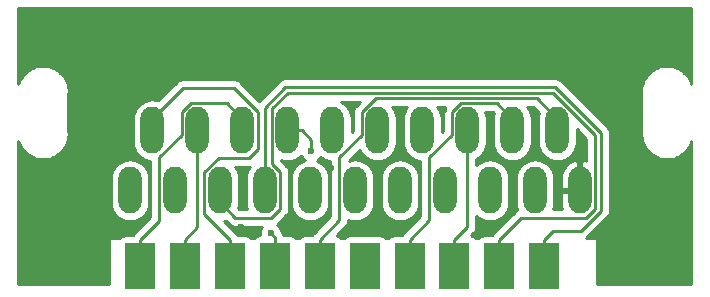
<source format=gtl>
G04 #@! TF.GenerationSoftware,KiCad,Pcbnew,(5.1.0)-1*
G04 #@! TF.CreationDate,2019-07-11T22:02:02-04:00*
G04 #@! TF.ProjectId,EUROF_to_JP21M,4555524f-465f-4746-9f5f-4a5032314d2e,rev?*
G04 #@! TF.SameCoordinates,Original*
G04 #@! TF.FileFunction,Copper,L1,Top*
G04 #@! TF.FilePolarity,Positive*
%FSLAX46Y46*%
G04 Gerber Fmt 4.6, Leading zero omitted, Abs format (unit mm)*
G04 Created by KiCad (PCBNEW (5.1.0)-1) date 2019-07-11 22:02:02*
%MOMM*%
%LPD*%
G04 APERTURE LIST*
%ADD10O,1.981200X3.962400*%
%ADD11R,2.500000X4.000000*%
%ADD12C,0.600000*%
%ADD13C,0.250000*%
%ADD14C,0.254000*%
G04 APERTURE END LIST*
D10*
X152850000Y-85430000D03*
X150945000Y-80350000D03*
X149040000Y-85430000D03*
X147135000Y-80350000D03*
X145230000Y-85430000D03*
X143325000Y-80350000D03*
X141420000Y-85430000D03*
X139515000Y-80350000D03*
X137610000Y-85430000D03*
X135705000Y-80350000D03*
X133800000Y-85430000D03*
X131895000Y-80350000D03*
X129990000Y-85430000D03*
X128085000Y-80350000D03*
X126180000Y-85430000D03*
X124275000Y-80350000D03*
X122370000Y-85430000D03*
X120465000Y-80350000D03*
X118560000Y-85430000D03*
X116655000Y-80350000D03*
X114750000Y-85430000D03*
D11*
X149825000Y-91850000D03*
X146025000Y-91850000D03*
X142225000Y-91850000D03*
X138425000Y-91850000D03*
X134625000Y-91850000D03*
X130825000Y-91850000D03*
X127025000Y-91850000D03*
X123225000Y-91850000D03*
X119425000Y-91850000D03*
X115625000Y-91850000D03*
D12*
X126662500Y-89062500D03*
X147200000Y-83350000D03*
X145250000Y-82350000D03*
X137600000Y-78650000D03*
X141350000Y-78600000D03*
X133750000Y-78200000D03*
X131750000Y-83500000D03*
X135900000Y-87600000D03*
X130000000Y-88600000D03*
X128050000Y-88900000D03*
X124150000Y-88500000D03*
X124200000Y-83650000D03*
X115800000Y-71150000D03*
X119650000Y-71300000D03*
X130850000Y-71350000D03*
X137550000Y-71350000D03*
X141450000Y-71350000D03*
X146350000Y-71650000D03*
X151700000Y-71850000D03*
X158850000Y-72000000D03*
X160850000Y-84050000D03*
X160450000Y-90700000D03*
X106650000Y-91700000D03*
X106100000Y-84900000D03*
X110900000Y-82400000D03*
X107450000Y-71700000D03*
X116000000Y-87950000D03*
X114100000Y-81650000D03*
X130100000Y-82100000D03*
D13*
X143325000Y-82581200D02*
X143325000Y-80350000D01*
X143325000Y-88500000D02*
X143325000Y-82581200D01*
X142225000Y-89600000D02*
X143325000Y-88500000D01*
X142225000Y-91850000D02*
X142225000Y-89600000D01*
X127025000Y-89425000D02*
X126662500Y-89062500D01*
X127025000Y-91850000D02*
X127025000Y-89425000D01*
X142780057Y-78043790D02*
X145819390Y-78043790D01*
X142009390Y-78814457D02*
X142780057Y-78043790D01*
X142009390Y-80706763D02*
X142009390Y-78814457D01*
X147135000Y-79359400D02*
X147135000Y-80350000D01*
X140104390Y-82611763D02*
X142009390Y-80706763D01*
X145819390Y-78043790D02*
X147135000Y-79359400D01*
X140104390Y-87920610D02*
X140104390Y-82611763D01*
X138425000Y-89600000D02*
X140104390Y-87920610D01*
X138425000Y-91850000D02*
X138425000Y-89600000D01*
X149179380Y-77593780D02*
X150945000Y-79359400D01*
X135610067Y-77593780D02*
X149179380Y-77593780D01*
X134389390Y-78814457D02*
X135610067Y-77593780D01*
X134389390Y-80706763D02*
X134389390Y-78814457D01*
X132484390Y-82611763D02*
X134389390Y-80706763D01*
X132484390Y-87940610D02*
X132484390Y-82611763D01*
X150945000Y-79359400D02*
X150945000Y-80350000D01*
X130825000Y-89600000D02*
X132484390Y-87940610D01*
X130825000Y-91850000D02*
X130825000Y-89600000D01*
X125590610Y-81885543D02*
X125590610Y-78814457D01*
X123225000Y-89600000D02*
X121054390Y-87429390D01*
X123225000Y-91850000D02*
X123225000Y-89600000D01*
X121054390Y-87429390D02*
X121054390Y-83894457D01*
X121054390Y-83894457D02*
X122292637Y-82656210D01*
X125590610Y-78814457D02*
X123526153Y-76750000D01*
X122292637Y-82656210D02*
X124819943Y-82656210D01*
X124819943Y-82656210D02*
X125590610Y-81885543D01*
X116655000Y-79359400D02*
X116655000Y-80350000D01*
X119264400Y-76750000D02*
X116655000Y-79359400D01*
X123526153Y-76750000D02*
X119264400Y-76750000D01*
X120465000Y-82581200D02*
X120465000Y-80350000D01*
X120465000Y-88560000D02*
X120465000Y-82581200D01*
X119425000Y-89600000D02*
X120465000Y-88560000D01*
X119425000Y-91850000D02*
X119425000Y-89600000D01*
X122370000Y-86420600D02*
X122370000Y-85430000D01*
X123685610Y-87736210D02*
X122370000Y-86420600D01*
X127495610Y-83894457D02*
X127495610Y-86965543D01*
X126769390Y-83168237D02*
X127495610Y-83894457D01*
X126769390Y-78480610D02*
X126769390Y-83168237D01*
X128106230Y-77143770D02*
X126769390Y-78480610D01*
X150589923Y-77143770D02*
X128106230Y-77143770D01*
X154165610Y-80719457D02*
X150589923Y-77143770D01*
X154165610Y-86965543D02*
X154165610Y-80719457D01*
X127495610Y-86965543D02*
X126724943Y-87736210D01*
X153394943Y-87736210D02*
X154165610Y-86965543D01*
X126724943Y-87736210D02*
X123685610Y-87736210D01*
X147888790Y-87736210D02*
X153394943Y-87736210D01*
X146025000Y-89600000D02*
X147888790Y-87736210D01*
X146025000Y-91850000D02*
X146025000Y-89600000D01*
X124275000Y-79359400D02*
X124275000Y-80350000D01*
X122959390Y-78043790D02*
X124275000Y-79359400D01*
X119920057Y-78043790D02*
X122959390Y-78043790D01*
X119149390Y-80706763D02*
X119149390Y-78814457D01*
X117244390Y-87980610D02*
X117244390Y-82611763D01*
X119149390Y-78814457D02*
X119920057Y-78043790D01*
X115625000Y-89600000D02*
X117244390Y-87980610D01*
X117244390Y-82611763D02*
X119149390Y-80706763D01*
X115625000Y-91850000D02*
X115625000Y-89600000D01*
X149825000Y-89600000D02*
X150575000Y-88850000D01*
X149825000Y-91850000D02*
X149825000Y-89600000D01*
X126180000Y-83198800D02*
X126180000Y-85430000D01*
X126180000Y-78433590D02*
X126180000Y-83198800D01*
X127919829Y-76693761D02*
X126180000Y-78433590D01*
X150776323Y-76693760D02*
X127919829Y-76693761D01*
X154615619Y-80533056D02*
X150776323Y-76693760D01*
X154615620Y-87151943D02*
X154615619Y-80533056D01*
X152917563Y-88850000D02*
X154615620Y-87151943D01*
X150575000Y-88850000D02*
X152917563Y-88850000D01*
X129325600Y-80350000D02*
X128085000Y-80350000D01*
X130100000Y-81124400D02*
X129325600Y-80350000D01*
X130100000Y-82100000D02*
X130100000Y-81124400D01*
X134625000Y-91850000D02*
X134625000Y-91100000D01*
D14*
G36*
X162290001Y-76387191D02*
G01*
X162245868Y-76248068D01*
X162222290Y-76193058D01*
X162199508Y-76137783D01*
X162195125Y-76129677D01*
X162051836Y-75869034D01*
X162018048Y-75819687D01*
X161984936Y-75769850D01*
X161979062Y-75762749D01*
X161787876Y-75534904D01*
X161745146Y-75493060D01*
X161702987Y-75450605D01*
X161695846Y-75444781D01*
X161464045Y-75258408D01*
X161414031Y-75225680D01*
X161364398Y-75192202D01*
X161356261Y-75187876D01*
X161092675Y-75050077D01*
X161037219Y-75027672D01*
X160982068Y-75004488D01*
X160973246Y-75001825D01*
X160687915Y-74917847D01*
X160629175Y-74906642D01*
X160570558Y-74894609D01*
X160561386Y-74893710D01*
X160265178Y-74866753D01*
X160205361Y-74867171D01*
X160145544Y-74866753D01*
X160136372Y-74867653D01*
X159840569Y-74898742D01*
X159781972Y-74910771D01*
X159723210Y-74921980D01*
X159714388Y-74924644D01*
X159430257Y-75012598D01*
X159375139Y-75035768D01*
X159319650Y-75058186D01*
X159311514Y-75062513D01*
X159049878Y-75203979D01*
X159000311Y-75237412D01*
X158950232Y-75270183D01*
X158943091Y-75276008D01*
X158713915Y-75465597D01*
X158671774Y-75508034D01*
X158629024Y-75549897D01*
X158623150Y-75556998D01*
X158435164Y-75787492D01*
X158402049Y-75837334D01*
X158368265Y-75886674D01*
X158363882Y-75894781D01*
X158224246Y-76157399D01*
X158201458Y-76212687D01*
X158177886Y-76267683D01*
X158175162Y-76276487D01*
X158089193Y-76561225D01*
X158077570Y-76619925D01*
X158065137Y-76678419D01*
X158064174Y-76687584D01*
X158035150Y-76983596D01*
X158035150Y-77112406D01*
X158055801Y-77216697D01*
X158055800Y-80437952D01*
X158045478Y-80471300D01*
X158036932Y-80552622D01*
X158035299Y-80560870D01*
X158035299Y-80568164D01*
X158032016Y-80599404D01*
X158032016Y-80608620D01*
X158032165Y-80629898D01*
X158035298Y-80659700D01*
X158035298Y-80689680D01*
X158036262Y-80698844D01*
X158069416Y-80994424D01*
X158081853Y-81052936D01*
X158093471Y-81111614D01*
X158096196Y-81120413D01*
X158096197Y-81120419D01*
X158096199Y-81120425D01*
X158186130Y-81403928D01*
X158209691Y-81458899D01*
X158232491Y-81514217D01*
X158236874Y-81522323D01*
X158380163Y-81782965D01*
X158413947Y-81832305D01*
X158447062Y-81882147D01*
X158452936Y-81889247D01*
X158644122Y-82117094D01*
X158686853Y-82158939D01*
X158729013Y-82201395D01*
X158736155Y-82207219D01*
X158967956Y-82393591D01*
X159017968Y-82426318D01*
X159067600Y-82459795D01*
X159075737Y-82464121D01*
X159339323Y-82601921D01*
X159394783Y-82624328D01*
X159449931Y-82647511D01*
X159458753Y-82650174D01*
X159744083Y-82734152D01*
X159802837Y-82745360D01*
X159861441Y-82757390D01*
X159870613Y-82758289D01*
X160166820Y-82785246D01*
X160226638Y-82784828D01*
X160286455Y-82785246D01*
X160295626Y-82784347D01*
X160591430Y-82753257D01*
X160650017Y-82741230D01*
X160708787Y-82730020D01*
X160717609Y-82727356D01*
X161001740Y-82639403D01*
X161056883Y-82616223D01*
X161112348Y-82593814D01*
X161120485Y-82589487D01*
X161382121Y-82448021D01*
X161431705Y-82414576D01*
X161481768Y-82381816D01*
X161488909Y-82375992D01*
X161718085Y-82186401D01*
X161760224Y-82143966D01*
X161802974Y-82102103D01*
X161808848Y-82095002D01*
X161996834Y-81864509D01*
X162029938Y-81814682D01*
X162063733Y-81765327D01*
X162068116Y-81757221D01*
X162207753Y-81494603D01*
X162230560Y-81439269D01*
X162254114Y-81384314D01*
X162256838Y-81375515D01*
X162256840Y-81375509D01*
X162290001Y-81265674D01*
X162290000Y-93390000D01*
X154327000Y-93390000D01*
X154327000Y-89600000D01*
X154324560Y-89575224D01*
X154317333Y-89551399D01*
X154305597Y-89529443D01*
X154289803Y-89510197D01*
X154270557Y-89494403D01*
X154248601Y-89482667D01*
X154224776Y-89475440D01*
X154200000Y-89473000D01*
X153356429Y-89473000D01*
X153457564Y-89390001D01*
X153481367Y-89360997D01*
X155126628Y-87715737D01*
X155155621Y-87691943D01*
X155179415Y-87662950D01*
X155179419Y-87662946D01*
X155250593Y-87576220D01*
X155321166Y-87444190D01*
X155361284Y-87311934D01*
X155364623Y-87300928D01*
X155375620Y-87189275D01*
X155375620Y-87189267D01*
X155379296Y-87151944D01*
X155375620Y-87114621D01*
X155375618Y-80570388D01*
X155379295Y-80533055D01*
X155364621Y-80384069D01*
X155321164Y-80240809D01*
X155250592Y-80108779D01*
X155179418Y-80022052D01*
X155179408Y-80022042D01*
X155155619Y-79993055D01*
X155126632Y-79969266D01*
X151340121Y-76182757D01*
X151316323Y-76153759D01*
X151256429Y-76104605D01*
X151200599Y-76058786D01*
X151068569Y-75988214D01*
X151026029Y-75975310D01*
X150925308Y-75944757D01*
X150813655Y-75933760D01*
X150813645Y-75933760D01*
X150776323Y-75930084D01*
X150739001Y-75933760D01*
X127957164Y-75933762D01*
X127919829Y-75930085D01*
X127770843Y-75944758D01*
X127627582Y-75988215D01*
X127495553Y-76058787D01*
X127408826Y-76129962D01*
X127408821Y-76129967D01*
X127379828Y-76153761D01*
X127356034Y-76182754D01*
X125694872Y-77843917D01*
X124089957Y-76239003D01*
X124066154Y-76209999D01*
X123950429Y-76115026D01*
X123818400Y-76044454D01*
X123675139Y-76000997D01*
X123563486Y-75990000D01*
X123563475Y-75990000D01*
X123526153Y-75986324D01*
X123488831Y-75990000D01*
X119301723Y-75990000D01*
X119264400Y-75986324D01*
X119227077Y-75990000D01*
X119227067Y-75990000D01*
X119115414Y-76000997D01*
X118972153Y-76044454D01*
X118840124Y-76115026D01*
X118724399Y-76209999D01*
X118700601Y-76238997D01*
X117133726Y-77805873D01*
X116973673Y-77757322D01*
X116655000Y-77725935D01*
X116336328Y-77757322D01*
X116029901Y-77850275D01*
X115747496Y-78001223D01*
X115499967Y-78204366D01*
X115296824Y-78451895D01*
X115145876Y-78734300D01*
X115052923Y-79040727D01*
X115029401Y-79279546D01*
X115029400Y-81420453D01*
X115052922Y-81659272D01*
X115145875Y-81965699D01*
X115296823Y-82248104D01*
X115499966Y-82495634D01*
X115747495Y-82698777D01*
X116029900Y-82849725D01*
X116336327Y-82942678D01*
X116484391Y-82957261D01*
X116484390Y-87665808D01*
X115113998Y-89036201D01*
X115085000Y-89059999D01*
X115061202Y-89088997D01*
X115061201Y-89088998D01*
X114990026Y-89175724D01*
X114970674Y-89211928D01*
X114375000Y-89211928D01*
X114250518Y-89224188D01*
X114130820Y-89260498D01*
X114020506Y-89319463D01*
X113923815Y-89398815D01*
X113862933Y-89473000D01*
X113100000Y-89473000D01*
X113075224Y-89475440D01*
X113051399Y-89482667D01*
X113029443Y-89494403D01*
X113010197Y-89510197D01*
X112994403Y-89529443D01*
X112982667Y-89551399D01*
X112975440Y-89575224D01*
X112973000Y-89600000D01*
X112973000Y-93390000D01*
X105310000Y-93390000D01*
X105310000Y-86500453D01*
X113124400Y-86500453D01*
X113147922Y-86739272D01*
X113240875Y-87045699D01*
X113391823Y-87328104D01*
X113594966Y-87575634D01*
X113842495Y-87778777D01*
X114124900Y-87929725D01*
X114431327Y-88022678D01*
X114750000Y-88054065D01*
X115068672Y-88022678D01*
X115375099Y-87929725D01*
X115657504Y-87778777D01*
X115905034Y-87575634D01*
X116108177Y-87328105D01*
X116259125Y-87045700D01*
X116352078Y-86739273D01*
X116375600Y-86500454D01*
X116375600Y-84359546D01*
X116352078Y-84120727D01*
X116259125Y-83814300D01*
X116108177Y-83531895D01*
X115905034Y-83284366D01*
X115657505Y-83081223D01*
X115375100Y-82930275D01*
X115068673Y-82837322D01*
X114750000Y-82805935D01*
X114431328Y-82837322D01*
X114124901Y-82930275D01*
X113842496Y-83081223D01*
X113594967Y-83284366D01*
X113391824Y-83531895D01*
X113240876Y-83814300D01*
X113147923Y-84120727D01*
X113124401Y-84359546D01*
X113124400Y-86500453D01*
X105310000Y-86500453D01*
X105310000Y-81264810D01*
X105354130Y-81403928D01*
X105377691Y-81458899D01*
X105400491Y-81514217D01*
X105404874Y-81522323D01*
X105548163Y-81782965D01*
X105581947Y-81832305D01*
X105615062Y-81882147D01*
X105620936Y-81889247D01*
X105812122Y-82117094D01*
X105854853Y-82158939D01*
X105897013Y-82201395D01*
X105904155Y-82207219D01*
X106135956Y-82393591D01*
X106185968Y-82426318D01*
X106235600Y-82459795D01*
X106243737Y-82464121D01*
X106507323Y-82601921D01*
X106562783Y-82624328D01*
X106617931Y-82647511D01*
X106626753Y-82650174D01*
X106912083Y-82734152D01*
X106970837Y-82745360D01*
X107029441Y-82757390D01*
X107038613Y-82758289D01*
X107334820Y-82785246D01*
X107394638Y-82784828D01*
X107454455Y-82785246D01*
X107463626Y-82784347D01*
X107759430Y-82753257D01*
X107818017Y-82741230D01*
X107876787Y-82730020D01*
X107885609Y-82727356D01*
X108169740Y-82639403D01*
X108224883Y-82616223D01*
X108280348Y-82593814D01*
X108288485Y-82589487D01*
X108550121Y-82448021D01*
X108599705Y-82414576D01*
X108649768Y-82381816D01*
X108656909Y-82375992D01*
X108886085Y-82186401D01*
X108928224Y-82143966D01*
X108970974Y-82102103D01*
X108976848Y-82095002D01*
X109164834Y-81864509D01*
X109197938Y-81814682D01*
X109231733Y-81765327D01*
X109236116Y-81757221D01*
X109375753Y-81494603D01*
X109398560Y-81439269D01*
X109422114Y-81384314D01*
X109424838Y-81375515D01*
X109424840Y-81375509D01*
X109510806Y-81090773D01*
X109522422Y-81032108D01*
X109534862Y-80973584D01*
X109535825Y-80964419D01*
X109564850Y-80668406D01*
X109564850Y-80539596D01*
X109544200Y-80435305D01*
X109544200Y-77214047D01*
X109554522Y-77180699D01*
X109563068Y-77099377D01*
X109564701Y-77091129D01*
X109564701Y-77083835D01*
X109567984Y-77052594D01*
X109567984Y-77043379D01*
X109567835Y-77022100D01*
X109564702Y-76992298D01*
X109564702Y-76962319D01*
X109563738Y-76953154D01*
X109530584Y-76657575D01*
X109518151Y-76599081D01*
X109506528Y-76540381D01*
X109503803Y-76531578D01*
X109413868Y-76248068D01*
X109390290Y-76193058D01*
X109367508Y-76137783D01*
X109363125Y-76129677D01*
X109219836Y-75869034D01*
X109186048Y-75819687D01*
X109152936Y-75769850D01*
X109147062Y-75762749D01*
X108955876Y-75534904D01*
X108913146Y-75493060D01*
X108870987Y-75450605D01*
X108863846Y-75444781D01*
X108632045Y-75258408D01*
X108582031Y-75225680D01*
X108532398Y-75192202D01*
X108524261Y-75187876D01*
X108260675Y-75050077D01*
X108205219Y-75027672D01*
X108150068Y-75004488D01*
X108141246Y-75001825D01*
X107855915Y-74917847D01*
X107797175Y-74906642D01*
X107738558Y-74894609D01*
X107729386Y-74893710D01*
X107433178Y-74866753D01*
X107373361Y-74867171D01*
X107313544Y-74866753D01*
X107304372Y-74867653D01*
X107008569Y-74898742D01*
X106949972Y-74910771D01*
X106891210Y-74921980D01*
X106882388Y-74924644D01*
X106598257Y-75012598D01*
X106543139Y-75035768D01*
X106487650Y-75058186D01*
X106479514Y-75062513D01*
X106217878Y-75203979D01*
X106168311Y-75237412D01*
X106118232Y-75270183D01*
X106111091Y-75276008D01*
X105881915Y-75465597D01*
X105839774Y-75508034D01*
X105797024Y-75549897D01*
X105791150Y-75556998D01*
X105603164Y-75787492D01*
X105570049Y-75837334D01*
X105536265Y-75886674D01*
X105531882Y-75894781D01*
X105392246Y-76157399D01*
X105369458Y-76212687D01*
X105345886Y-76267683D01*
X105343162Y-76276487D01*
X105310000Y-76386323D01*
X105310000Y-70010000D01*
X162290001Y-70010000D01*
X162290001Y-76387191D01*
X162290001Y-76387191D01*
G37*
X162290001Y-76387191D02*
X162245868Y-76248068D01*
X162222290Y-76193058D01*
X162199508Y-76137783D01*
X162195125Y-76129677D01*
X162051836Y-75869034D01*
X162018048Y-75819687D01*
X161984936Y-75769850D01*
X161979062Y-75762749D01*
X161787876Y-75534904D01*
X161745146Y-75493060D01*
X161702987Y-75450605D01*
X161695846Y-75444781D01*
X161464045Y-75258408D01*
X161414031Y-75225680D01*
X161364398Y-75192202D01*
X161356261Y-75187876D01*
X161092675Y-75050077D01*
X161037219Y-75027672D01*
X160982068Y-75004488D01*
X160973246Y-75001825D01*
X160687915Y-74917847D01*
X160629175Y-74906642D01*
X160570558Y-74894609D01*
X160561386Y-74893710D01*
X160265178Y-74866753D01*
X160205361Y-74867171D01*
X160145544Y-74866753D01*
X160136372Y-74867653D01*
X159840569Y-74898742D01*
X159781972Y-74910771D01*
X159723210Y-74921980D01*
X159714388Y-74924644D01*
X159430257Y-75012598D01*
X159375139Y-75035768D01*
X159319650Y-75058186D01*
X159311514Y-75062513D01*
X159049878Y-75203979D01*
X159000311Y-75237412D01*
X158950232Y-75270183D01*
X158943091Y-75276008D01*
X158713915Y-75465597D01*
X158671774Y-75508034D01*
X158629024Y-75549897D01*
X158623150Y-75556998D01*
X158435164Y-75787492D01*
X158402049Y-75837334D01*
X158368265Y-75886674D01*
X158363882Y-75894781D01*
X158224246Y-76157399D01*
X158201458Y-76212687D01*
X158177886Y-76267683D01*
X158175162Y-76276487D01*
X158089193Y-76561225D01*
X158077570Y-76619925D01*
X158065137Y-76678419D01*
X158064174Y-76687584D01*
X158035150Y-76983596D01*
X158035150Y-77112406D01*
X158055801Y-77216697D01*
X158055800Y-80437952D01*
X158045478Y-80471300D01*
X158036932Y-80552622D01*
X158035299Y-80560870D01*
X158035299Y-80568164D01*
X158032016Y-80599404D01*
X158032016Y-80608620D01*
X158032165Y-80629898D01*
X158035298Y-80659700D01*
X158035298Y-80689680D01*
X158036262Y-80698844D01*
X158069416Y-80994424D01*
X158081853Y-81052936D01*
X158093471Y-81111614D01*
X158096196Y-81120413D01*
X158096197Y-81120419D01*
X158096199Y-81120425D01*
X158186130Y-81403928D01*
X158209691Y-81458899D01*
X158232491Y-81514217D01*
X158236874Y-81522323D01*
X158380163Y-81782965D01*
X158413947Y-81832305D01*
X158447062Y-81882147D01*
X158452936Y-81889247D01*
X158644122Y-82117094D01*
X158686853Y-82158939D01*
X158729013Y-82201395D01*
X158736155Y-82207219D01*
X158967956Y-82393591D01*
X159017968Y-82426318D01*
X159067600Y-82459795D01*
X159075737Y-82464121D01*
X159339323Y-82601921D01*
X159394783Y-82624328D01*
X159449931Y-82647511D01*
X159458753Y-82650174D01*
X159744083Y-82734152D01*
X159802837Y-82745360D01*
X159861441Y-82757390D01*
X159870613Y-82758289D01*
X160166820Y-82785246D01*
X160226638Y-82784828D01*
X160286455Y-82785246D01*
X160295626Y-82784347D01*
X160591430Y-82753257D01*
X160650017Y-82741230D01*
X160708787Y-82730020D01*
X160717609Y-82727356D01*
X161001740Y-82639403D01*
X161056883Y-82616223D01*
X161112348Y-82593814D01*
X161120485Y-82589487D01*
X161382121Y-82448021D01*
X161431705Y-82414576D01*
X161481768Y-82381816D01*
X161488909Y-82375992D01*
X161718085Y-82186401D01*
X161760224Y-82143966D01*
X161802974Y-82102103D01*
X161808848Y-82095002D01*
X161996834Y-81864509D01*
X162029938Y-81814682D01*
X162063733Y-81765327D01*
X162068116Y-81757221D01*
X162207753Y-81494603D01*
X162230560Y-81439269D01*
X162254114Y-81384314D01*
X162256838Y-81375515D01*
X162256840Y-81375509D01*
X162290001Y-81265674D01*
X162290000Y-93390000D01*
X154327000Y-93390000D01*
X154327000Y-89600000D01*
X154324560Y-89575224D01*
X154317333Y-89551399D01*
X154305597Y-89529443D01*
X154289803Y-89510197D01*
X154270557Y-89494403D01*
X154248601Y-89482667D01*
X154224776Y-89475440D01*
X154200000Y-89473000D01*
X153356429Y-89473000D01*
X153457564Y-89390001D01*
X153481367Y-89360997D01*
X155126628Y-87715737D01*
X155155621Y-87691943D01*
X155179415Y-87662950D01*
X155179419Y-87662946D01*
X155250593Y-87576220D01*
X155321166Y-87444190D01*
X155361284Y-87311934D01*
X155364623Y-87300928D01*
X155375620Y-87189275D01*
X155375620Y-87189267D01*
X155379296Y-87151944D01*
X155375620Y-87114621D01*
X155375618Y-80570388D01*
X155379295Y-80533055D01*
X155364621Y-80384069D01*
X155321164Y-80240809D01*
X155250592Y-80108779D01*
X155179418Y-80022052D01*
X155179408Y-80022042D01*
X155155619Y-79993055D01*
X155126632Y-79969266D01*
X151340121Y-76182757D01*
X151316323Y-76153759D01*
X151256429Y-76104605D01*
X151200599Y-76058786D01*
X151068569Y-75988214D01*
X151026029Y-75975310D01*
X150925308Y-75944757D01*
X150813655Y-75933760D01*
X150813645Y-75933760D01*
X150776323Y-75930084D01*
X150739001Y-75933760D01*
X127957164Y-75933762D01*
X127919829Y-75930085D01*
X127770843Y-75944758D01*
X127627582Y-75988215D01*
X127495553Y-76058787D01*
X127408826Y-76129962D01*
X127408821Y-76129967D01*
X127379828Y-76153761D01*
X127356034Y-76182754D01*
X125694872Y-77843917D01*
X124089957Y-76239003D01*
X124066154Y-76209999D01*
X123950429Y-76115026D01*
X123818400Y-76044454D01*
X123675139Y-76000997D01*
X123563486Y-75990000D01*
X123563475Y-75990000D01*
X123526153Y-75986324D01*
X123488831Y-75990000D01*
X119301723Y-75990000D01*
X119264400Y-75986324D01*
X119227077Y-75990000D01*
X119227067Y-75990000D01*
X119115414Y-76000997D01*
X118972153Y-76044454D01*
X118840124Y-76115026D01*
X118724399Y-76209999D01*
X118700601Y-76238997D01*
X117133726Y-77805873D01*
X116973673Y-77757322D01*
X116655000Y-77725935D01*
X116336328Y-77757322D01*
X116029901Y-77850275D01*
X115747496Y-78001223D01*
X115499967Y-78204366D01*
X115296824Y-78451895D01*
X115145876Y-78734300D01*
X115052923Y-79040727D01*
X115029401Y-79279546D01*
X115029400Y-81420453D01*
X115052922Y-81659272D01*
X115145875Y-81965699D01*
X115296823Y-82248104D01*
X115499966Y-82495634D01*
X115747495Y-82698777D01*
X116029900Y-82849725D01*
X116336327Y-82942678D01*
X116484391Y-82957261D01*
X116484390Y-87665808D01*
X115113998Y-89036201D01*
X115085000Y-89059999D01*
X115061202Y-89088997D01*
X115061201Y-89088998D01*
X114990026Y-89175724D01*
X114970674Y-89211928D01*
X114375000Y-89211928D01*
X114250518Y-89224188D01*
X114130820Y-89260498D01*
X114020506Y-89319463D01*
X113923815Y-89398815D01*
X113862933Y-89473000D01*
X113100000Y-89473000D01*
X113075224Y-89475440D01*
X113051399Y-89482667D01*
X113029443Y-89494403D01*
X113010197Y-89510197D01*
X112994403Y-89529443D01*
X112982667Y-89551399D01*
X112975440Y-89575224D01*
X112973000Y-89600000D01*
X112973000Y-93390000D01*
X105310000Y-93390000D01*
X105310000Y-86500453D01*
X113124400Y-86500453D01*
X113147922Y-86739272D01*
X113240875Y-87045699D01*
X113391823Y-87328104D01*
X113594966Y-87575634D01*
X113842495Y-87778777D01*
X114124900Y-87929725D01*
X114431327Y-88022678D01*
X114750000Y-88054065D01*
X115068672Y-88022678D01*
X115375099Y-87929725D01*
X115657504Y-87778777D01*
X115905034Y-87575634D01*
X116108177Y-87328105D01*
X116259125Y-87045700D01*
X116352078Y-86739273D01*
X116375600Y-86500454D01*
X116375600Y-84359546D01*
X116352078Y-84120727D01*
X116259125Y-83814300D01*
X116108177Y-83531895D01*
X115905034Y-83284366D01*
X115657505Y-83081223D01*
X115375100Y-82930275D01*
X115068673Y-82837322D01*
X114750000Y-82805935D01*
X114431328Y-82837322D01*
X114124901Y-82930275D01*
X113842496Y-83081223D01*
X113594967Y-83284366D01*
X113391824Y-83531895D01*
X113240876Y-83814300D01*
X113147923Y-84120727D01*
X113124401Y-84359546D01*
X113124400Y-86500453D01*
X105310000Y-86500453D01*
X105310000Y-81264810D01*
X105354130Y-81403928D01*
X105377691Y-81458899D01*
X105400491Y-81514217D01*
X105404874Y-81522323D01*
X105548163Y-81782965D01*
X105581947Y-81832305D01*
X105615062Y-81882147D01*
X105620936Y-81889247D01*
X105812122Y-82117094D01*
X105854853Y-82158939D01*
X105897013Y-82201395D01*
X105904155Y-82207219D01*
X106135956Y-82393591D01*
X106185968Y-82426318D01*
X106235600Y-82459795D01*
X106243737Y-82464121D01*
X106507323Y-82601921D01*
X106562783Y-82624328D01*
X106617931Y-82647511D01*
X106626753Y-82650174D01*
X106912083Y-82734152D01*
X106970837Y-82745360D01*
X107029441Y-82757390D01*
X107038613Y-82758289D01*
X107334820Y-82785246D01*
X107394638Y-82784828D01*
X107454455Y-82785246D01*
X107463626Y-82784347D01*
X107759430Y-82753257D01*
X107818017Y-82741230D01*
X107876787Y-82730020D01*
X107885609Y-82727356D01*
X108169740Y-82639403D01*
X108224883Y-82616223D01*
X108280348Y-82593814D01*
X108288485Y-82589487D01*
X108550121Y-82448021D01*
X108599705Y-82414576D01*
X108649768Y-82381816D01*
X108656909Y-82375992D01*
X108886085Y-82186401D01*
X108928224Y-82143966D01*
X108970974Y-82102103D01*
X108976848Y-82095002D01*
X109164834Y-81864509D01*
X109197938Y-81814682D01*
X109231733Y-81765327D01*
X109236116Y-81757221D01*
X109375753Y-81494603D01*
X109398560Y-81439269D01*
X109422114Y-81384314D01*
X109424838Y-81375515D01*
X109424840Y-81375509D01*
X109510806Y-81090773D01*
X109522422Y-81032108D01*
X109534862Y-80973584D01*
X109535825Y-80964419D01*
X109564850Y-80668406D01*
X109564850Y-80539596D01*
X109544200Y-80435305D01*
X109544200Y-77214047D01*
X109554522Y-77180699D01*
X109563068Y-77099377D01*
X109564701Y-77091129D01*
X109564701Y-77083835D01*
X109567984Y-77052594D01*
X109567984Y-77043379D01*
X109567835Y-77022100D01*
X109564702Y-76992298D01*
X109564702Y-76962319D01*
X109563738Y-76953154D01*
X109530584Y-76657575D01*
X109518151Y-76599081D01*
X109506528Y-76540381D01*
X109503803Y-76531578D01*
X109413868Y-76248068D01*
X109390290Y-76193058D01*
X109367508Y-76137783D01*
X109363125Y-76129677D01*
X109219836Y-75869034D01*
X109186048Y-75819687D01*
X109152936Y-75769850D01*
X109147062Y-75762749D01*
X108955876Y-75534904D01*
X108913146Y-75493060D01*
X108870987Y-75450605D01*
X108863846Y-75444781D01*
X108632045Y-75258408D01*
X108582031Y-75225680D01*
X108532398Y-75192202D01*
X108524261Y-75187876D01*
X108260675Y-75050077D01*
X108205219Y-75027672D01*
X108150068Y-75004488D01*
X108141246Y-75001825D01*
X107855915Y-74917847D01*
X107797175Y-74906642D01*
X107738558Y-74894609D01*
X107729386Y-74893710D01*
X107433178Y-74866753D01*
X107373361Y-74867171D01*
X107313544Y-74866753D01*
X107304372Y-74867653D01*
X107008569Y-74898742D01*
X106949972Y-74910771D01*
X106891210Y-74921980D01*
X106882388Y-74924644D01*
X106598257Y-75012598D01*
X106543139Y-75035768D01*
X106487650Y-75058186D01*
X106479514Y-75062513D01*
X106217878Y-75203979D01*
X106168311Y-75237412D01*
X106118232Y-75270183D01*
X106111091Y-75276008D01*
X105881915Y-75465597D01*
X105839774Y-75508034D01*
X105797024Y-75549897D01*
X105791150Y-75556998D01*
X105603164Y-75787492D01*
X105570049Y-75837334D01*
X105536265Y-75886674D01*
X105531882Y-75894781D01*
X105392246Y-76157399D01*
X105369458Y-76212687D01*
X105345886Y-76267683D01*
X105343162Y-76276487D01*
X105310000Y-76386323D01*
X105310000Y-70010000D01*
X162290001Y-70010000D01*
X162290001Y-76387191D01*
G36*
X138156824Y-78451895D02*
G01*
X138005876Y-78734300D01*
X137912923Y-79040727D01*
X137889401Y-79279546D01*
X137889400Y-81420453D01*
X137912922Y-81659272D01*
X138005875Y-81965699D01*
X138156823Y-82248104D01*
X138359966Y-82495634D01*
X138607495Y-82698777D01*
X138889900Y-82849725D01*
X139196327Y-82942678D01*
X139344391Y-82957261D01*
X139344390Y-87605808D01*
X137913998Y-89036201D01*
X137885000Y-89059999D01*
X137861202Y-89088997D01*
X137861201Y-89088998D01*
X137790026Y-89175724D01*
X137770674Y-89211928D01*
X137175000Y-89211928D01*
X137050518Y-89224188D01*
X136930820Y-89260498D01*
X136820506Y-89319463D01*
X136723815Y-89398815D01*
X136662933Y-89473000D01*
X136387067Y-89473000D01*
X136326185Y-89398815D01*
X136229494Y-89319463D01*
X136119180Y-89260498D01*
X135999482Y-89224188D01*
X135875000Y-89211928D01*
X133375000Y-89211928D01*
X133250518Y-89224188D01*
X133130820Y-89260498D01*
X133020506Y-89319463D01*
X132923815Y-89398815D01*
X132862933Y-89473000D01*
X132587067Y-89473000D01*
X132526185Y-89398815D01*
X132429494Y-89319463D01*
X132319180Y-89260498D01*
X132257894Y-89241907D01*
X132995394Y-88504408D01*
X133024391Y-88480611D01*
X133119364Y-88364886D01*
X133189936Y-88232857D01*
X133233393Y-88089596D01*
X133244390Y-87977943D01*
X133244390Y-87977933D01*
X133246984Y-87951591D01*
X133481327Y-88022678D01*
X133800000Y-88054065D01*
X134118672Y-88022678D01*
X134425099Y-87929725D01*
X134707504Y-87778777D01*
X134955034Y-87575634D01*
X135158177Y-87328105D01*
X135309125Y-87045700D01*
X135402078Y-86739273D01*
X135425600Y-86500454D01*
X135425600Y-86500453D01*
X135984400Y-86500453D01*
X136007922Y-86739272D01*
X136100875Y-87045699D01*
X136251823Y-87328104D01*
X136454966Y-87575634D01*
X136702495Y-87778777D01*
X136984900Y-87929725D01*
X137291327Y-88022678D01*
X137610000Y-88054065D01*
X137928672Y-88022678D01*
X138235099Y-87929725D01*
X138517504Y-87778777D01*
X138765034Y-87575634D01*
X138968177Y-87328105D01*
X139119125Y-87045700D01*
X139212078Y-86739273D01*
X139235600Y-86500454D01*
X139235600Y-84359546D01*
X139212078Y-84120727D01*
X139119125Y-83814300D01*
X138968177Y-83531895D01*
X138765034Y-83284366D01*
X138517505Y-83081223D01*
X138235100Y-82930275D01*
X137928673Y-82837322D01*
X137610000Y-82805935D01*
X137291328Y-82837322D01*
X136984901Y-82930275D01*
X136702496Y-83081223D01*
X136454967Y-83284366D01*
X136251824Y-83531895D01*
X136100876Y-83814300D01*
X136007923Y-84120727D01*
X135984401Y-84359546D01*
X135984400Y-86500453D01*
X135425600Y-86500453D01*
X135425600Y-84359546D01*
X135402078Y-84120727D01*
X135309125Y-83814300D01*
X135158177Y-83531895D01*
X134955034Y-83284366D01*
X134707505Y-83081223D01*
X134425100Y-82930275D01*
X134118673Y-82837322D01*
X133800000Y-82805935D01*
X133481328Y-82837322D01*
X133269321Y-82901633D01*
X134199143Y-81971812D01*
X134346823Y-82248104D01*
X134549966Y-82495634D01*
X134797495Y-82698777D01*
X135079900Y-82849725D01*
X135386327Y-82942678D01*
X135705000Y-82974065D01*
X136023672Y-82942678D01*
X136330099Y-82849725D01*
X136612504Y-82698777D01*
X136860034Y-82495634D01*
X137063177Y-82248105D01*
X137214125Y-81965700D01*
X137307078Y-81659273D01*
X137330600Y-81420454D01*
X137330600Y-79279546D01*
X137307078Y-79040727D01*
X137214125Y-78734300D01*
X137063177Y-78451895D01*
X136982656Y-78353780D01*
X138237345Y-78353780D01*
X138156824Y-78451895D01*
X138156824Y-78451895D01*
G37*
X138156824Y-78451895D02*
X138005876Y-78734300D01*
X137912923Y-79040727D01*
X137889401Y-79279546D01*
X137889400Y-81420453D01*
X137912922Y-81659272D01*
X138005875Y-81965699D01*
X138156823Y-82248104D01*
X138359966Y-82495634D01*
X138607495Y-82698777D01*
X138889900Y-82849725D01*
X139196327Y-82942678D01*
X139344391Y-82957261D01*
X139344390Y-87605808D01*
X137913998Y-89036201D01*
X137885000Y-89059999D01*
X137861202Y-89088997D01*
X137861201Y-89088998D01*
X137790026Y-89175724D01*
X137770674Y-89211928D01*
X137175000Y-89211928D01*
X137050518Y-89224188D01*
X136930820Y-89260498D01*
X136820506Y-89319463D01*
X136723815Y-89398815D01*
X136662933Y-89473000D01*
X136387067Y-89473000D01*
X136326185Y-89398815D01*
X136229494Y-89319463D01*
X136119180Y-89260498D01*
X135999482Y-89224188D01*
X135875000Y-89211928D01*
X133375000Y-89211928D01*
X133250518Y-89224188D01*
X133130820Y-89260498D01*
X133020506Y-89319463D01*
X132923815Y-89398815D01*
X132862933Y-89473000D01*
X132587067Y-89473000D01*
X132526185Y-89398815D01*
X132429494Y-89319463D01*
X132319180Y-89260498D01*
X132257894Y-89241907D01*
X132995394Y-88504408D01*
X133024391Y-88480611D01*
X133119364Y-88364886D01*
X133189936Y-88232857D01*
X133233393Y-88089596D01*
X133244390Y-87977943D01*
X133244390Y-87977933D01*
X133246984Y-87951591D01*
X133481327Y-88022678D01*
X133800000Y-88054065D01*
X134118672Y-88022678D01*
X134425099Y-87929725D01*
X134707504Y-87778777D01*
X134955034Y-87575634D01*
X135158177Y-87328105D01*
X135309125Y-87045700D01*
X135402078Y-86739273D01*
X135425600Y-86500454D01*
X135425600Y-86500453D01*
X135984400Y-86500453D01*
X136007922Y-86739272D01*
X136100875Y-87045699D01*
X136251823Y-87328104D01*
X136454966Y-87575634D01*
X136702495Y-87778777D01*
X136984900Y-87929725D01*
X137291327Y-88022678D01*
X137610000Y-88054065D01*
X137928672Y-88022678D01*
X138235099Y-87929725D01*
X138517504Y-87778777D01*
X138765034Y-87575634D01*
X138968177Y-87328105D01*
X139119125Y-87045700D01*
X139212078Y-86739273D01*
X139235600Y-86500454D01*
X139235600Y-84359546D01*
X139212078Y-84120727D01*
X139119125Y-83814300D01*
X138968177Y-83531895D01*
X138765034Y-83284366D01*
X138517505Y-83081223D01*
X138235100Y-82930275D01*
X137928673Y-82837322D01*
X137610000Y-82805935D01*
X137291328Y-82837322D01*
X136984901Y-82930275D01*
X136702496Y-83081223D01*
X136454967Y-83284366D01*
X136251824Y-83531895D01*
X136100876Y-83814300D01*
X136007923Y-84120727D01*
X135984401Y-84359546D01*
X135984400Y-86500453D01*
X135425600Y-86500453D01*
X135425600Y-84359546D01*
X135402078Y-84120727D01*
X135309125Y-83814300D01*
X135158177Y-83531895D01*
X134955034Y-83284366D01*
X134707505Y-83081223D01*
X134425100Y-82930275D01*
X134118673Y-82837322D01*
X133800000Y-82805935D01*
X133481328Y-82837322D01*
X133269321Y-82901633D01*
X134199143Y-81971812D01*
X134346823Y-82248104D01*
X134549966Y-82495634D01*
X134797495Y-82698777D01*
X135079900Y-82849725D01*
X135386327Y-82942678D01*
X135705000Y-82974065D01*
X136023672Y-82942678D01*
X136330099Y-82849725D01*
X136612504Y-82698777D01*
X136860034Y-82495634D01*
X137063177Y-82248105D01*
X137214125Y-81965700D01*
X137307078Y-81659273D01*
X137330600Y-81420454D01*
X137330600Y-79279546D01*
X137307078Y-79040727D01*
X137214125Y-78734300D01*
X137063177Y-78451895D01*
X136982656Y-78353780D01*
X138237345Y-78353780D01*
X138156824Y-78451895D01*
G36*
X149391474Y-78880675D02*
G01*
X149342923Y-79040727D01*
X149319401Y-79279546D01*
X149319400Y-81420453D01*
X149342922Y-81659272D01*
X149435875Y-81965699D01*
X149586823Y-82248104D01*
X149789966Y-82495634D01*
X150037495Y-82698777D01*
X150319900Y-82849725D01*
X150626327Y-82942678D01*
X150945000Y-82974065D01*
X151263672Y-82942678D01*
X151570099Y-82849725D01*
X151852504Y-82698777D01*
X152100034Y-82495634D01*
X152303177Y-82248105D01*
X152454125Y-81965700D01*
X152547078Y-81659273D01*
X152570600Y-81420454D01*
X152570600Y-80199249D01*
X153405611Y-81034260D01*
X153405611Y-82911218D01*
X153354758Y-82888940D01*
X153228959Y-82858589D01*
X152977000Y-82978058D01*
X152977000Y-85303000D01*
X152997000Y-85303000D01*
X152997000Y-85557000D01*
X152977000Y-85557000D01*
X152977000Y-85577000D01*
X152723000Y-85577000D01*
X152723000Y-85557000D01*
X151224400Y-85557000D01*
X151224400Y-86547600D01*
X151280412Y-86862299D01*
X151324921Y-86976210D01*
X150570204Y-86976210D01*
X150642078Y-86739273D01*
X150665600Y-86500454D01*
X150665600Y-84359546D01*
X150660957Y-84312400D01*
X151224400Y-84312400D01*
X151224400Y-85303000D01*
X152723000Y-85303000D01*
X152723000Y-82978058D01*
X152471041Y-82858589D01*
X152345242Y-82888940D01*
X152052461Y-83017205D01*
X151790329Y-83200124D01*
X151568920Y-83430668D01*
X151396742Y-83699977D01*
X151280412Y-83997701D01*
X151224400Y-84312400D01*
X150660957Y-84312400D01*
X150642078Y-84120727D01*
X150549125Y-83814300D01*
X150398177Y-83531895D01*
X150195034Y-83284366D01*
X149947505Y-83081223D01*
X149665100Y-82930275D01*
X149358673Y-82837322D01*
X149040000Y-82805935D01*
X148721328Y-82837322D01*
X148414901Y-82930275D01*
X148132496Y-83081223D01*
X147884967Y-83284366D01*
X147681824Y-83531895D01*
X147530876Y-83814300D01*
X147437923Y-84120727D01*
X147414401Y-84359546D01*
X147414400Y-86500453D01*
X147437922Y-86739272D01*
X147530875Y-87045699D01*
X147539217Y-87061306D01*
X147464513Y-87101236D01*
X147402726Y-87151944D01*
X147348789Y-87196209D01*
X147324991Y-87225207D01*
X145513998Y-89036201D01*
X145485000Y-89059999D01*
X145461202Y-89088997D01*
X145461201Y-89088998D01*
X145390026Y-89175724D01*
X145370674Y-89211928D01*
X144775000Y-89211928D01*
X144650518Y-89224188D01*
X144530820Y-89260498D01*
X144420506Y-89319463D01*
X144323815Y-89398815D01*
X144262933Y-89473000D01*
X143987067Y-89473000D01*
X143926185Y-89398815D01*
X143829494Y-89319463D01*
X143719180Y-89260498D01*
X143657895Y-89241907D01*
X143836004Y-89063798D01*
X143865001Y-89040001D01*
X143898662Y-88998985D01*
X143959974Y-88924277D01*
X144030546Y-88792247D01*
X144055802Y-88708987D01*
X144074003Y-88648986D01*
X144085000Y-88537333D01*
X144085000Y-88537323D01*
X144088676Y-88500000D01*
X144085000Y-88462677D01*
X144085000Y-87583869D01*
X144322495Y-87778777D01*
X144604900Y-87929725D01*
X144911327Y-88022678D01*
X145230000Y-88054065D01*
X145548672Y-88022678D01*
X145855099Y-87929725D01*
X146137504Y-87778777D01*
X146385034Y-87575634D01*
X146588177Y-87328105D01*
X146739125Y-87045700D01*
X146832078Y-86739273D01*
X146855600Y-86500454D01*
X146855600Y-84359546D01*
X146832078Y-84120727D01*
X146739125Y-83814300D01*
X146588177Y-83531895D01*
X146385034Y-83284366D01*
X146137505Y-83081223D01*
X145855100Y-82930275D01*
X145548673Y-82837322D01*
X145230000Y-82805935D01*
X144911328Y-82837322D01*
X144604901Y-82930275D01*
X144322496Y-83081223D01*
X144085000Y-83276132D01*
X144085000Y-82777619D01*
X144232504Y-82698777D01*
X144480034Y-82495634D01*
X144683177Y-82248105D01*
X144834125Y-81965700D01*
X144927078Y-81659273D01*
X144950600Y-81420454D01*
X144950600Y-79279546D01*
X144927078Y-79040727D01*
X144855204Y-78803790D01*
X145504589Y-78803790D01*
X145581474Y-78880675D01*
X145532923Y-79040727D01*
X145509401Y-79279546D01*
X145509400Y-81420453D01*
X145532922Y-81659272D01*
X145625875Y-81965699D01*
X145776823Y-82248104D01*
X145979966Y-82495634D01*
X146227495Y-82698777D01*
X146509900Y-82849725D01*
X146816327Y-82942678D01*
X147135000Y-82974065D01*
X147453672Y-82942678D01*
X147760099Y-82849725D01*
X148042504Y-82698777D01*
X148290034Y-82495634D01*
X148493177Y-82248105D01*
X148644125Y-81965700D01*
X148737078Y-81659273D01*
X148760600Y-81420454D01*
X148760600Y-79279546D01*
X148737078Y-79040727D01*
X148644125Y-78734300D01*
X148493177Y-78451895D01*
X148412656Y-78353780D01*
X148864579Y-78353780D01*
X149391474Y-78880675D01*
X149391474Y-78880675D01*
G37*
X149391474Y-78880675D02*
X149342923Y-79040727D01*
X149319401Y-79279546D01*
X149319400Y-81420453D01*
X149342922Y-81659272D01*
X149435875Y-81965699D01*
X149586823Y-82248104D01*
X149789966Y-82495634D01*
X150037495Y-82698777D01*
X150319900Y-82849725D01*
X150626327Y-82942678D01*
X150945000Y-82974065D01*
X151263672Y-82942678D01*
X151570099Y-82849725D01*
X151852504Y-82698777D01*
X152100034Y-82495634D01*
X152303177Y-82248105D01*
X152454125Y-81965700D01*
X152547078Y-81659273D01*
X152570600Y-81420454D01*
X152570600Y-80199249D01*
X153405611Y-81034260D01*
X153405611Y-82911218D01*
X153354758Y-82888940D01*
X153228959Y-82858589D01*
X152977000Y-82978058D01*
X152977000Y-85303000D01*
X152997000Y-85303000D01*
X152997000Y-85557000D01*
X152977000Y-85557000D01*
X152977000Y-85577000D01*
X152723000Y-85577000D01*
X152723000Y-85557000D01*
X151224400Y-85557000D01*
X151224400Y-86547600D01*
X151280412Y-86862299D01*
X151324921Y-86976210D01*
X150570204Y-86976210D01*
X150642078Y-86739273D01*
X150665600Y-86500454D01*
X150665600Y-84359546D01*
X150660957Y-84312400D01*
X151224400Y-84312400D01*
X151224400Y-85303000D01*
X152723000Y-85303000D01*
X152723000Y-82978058D01*
X152471041Y-82858589D01*
X152345242Y-82888940D01*
X152052461Y-83017205D01*
X151790329Y-83200124D01*
X151568920Y-83430668D01*
X151396742Y-83699977D01*
X151280412Y-83997701D01*
X151224400Y-84312400D01*
X150660957Y-84312400D01*
X150642078Y-84120727D01*
X150549125Y-83814300D01*
X150398177Y-83531895D01*
X150195034Y-83284366D01*
X149947505Y-83081223D01*
X149665100Y-82930275D01*
X149358673Y-82837322D01*
X149040000Y-82805935D01*
X148721328Y-82837322D01*
X148414901Y-82930275D01*
X148132496Y-83081223D01*
X147884967Y-83284366D01*
X147681824Y-83531895D01*
X147530876Y-83814300D01*
X147437923Y-84120727D01*
X147414401Y-84359546D01*
X147414400Y-86500453D01*
X147437922Y-86739272D01*
X147530875Y-87045699D01*
X147539217Y-87061306D01*
X147464513Y-87101236D01*
X147402726Y-87151944D01*
X147348789Y-87196209D01*
X147324991Y-87225207D01*
X145513998Y-89036201D01*
X145485000Y-89059999D01*
X145461202Y-89088997D01*
X145461201Y-89088998D01*
X145390026Y-89175724D01*
X145370674Y-89211928D01*
X144775000Y-89211928D01*
X144650518Y-89224188D01*
X144530820Y-89260498D01*
X144420506Y-89319463D01*
X144323815Y-89398815D01*
X144262933Y-89473000D01*
X143987067Y-89473000D01*
X143926185Y-89398815D01*
X143829494Y-89319463D01*
X143719180Y-89260498D01*
X143657895Y-89241907D01*
X143836004Y-89063798D01*
X143865001Y-89040001D01*
X143898662Y-88998985D01*
X143959974Y-88924277D01*
X144030546Y-88792247D01*
X144055802Y-88708987D01*
X144074003Y-88648986D01*
X144085000Y-88537333D01*
X144085000Y-88537323D01*
X144088676Y-88500000D01*
X144085000Y-88462677D01*
X144085000Y-87583869D01*
X144322495Y-87778777D01*
X144604900Y-87929725D01*
X144911327Y-88022678D01*
X145230000Y-88054065D01*
X145548672Y-88022678D01*
X145855099Y-87929725D01*
X146137504Y-87778777D01*
X146385034Y-87575634D01*
X146588177Y-87328105D01*
X146739125Y-87045700D01*
X146832078Y-86739273D01*
X146855600Y-86500454D01*
X146855600Y-84359546D01*
X146832078Y-84120727D01*
X146739125Y-83814300D01*
X146588177Y-83531895D01*
X146385034Y-83284366D01*
X146137505Y-83081223D01*
X145855100Y-82930275D01*
X145548673Y-82837322D01*
X145230000Y-82805935D01*
X144911328Y-82837322D01*
X144604901Y-82930275D01*
X144322496Y-83081223D01*
X144085000Y-83276132D01*
X144085000Y-82777619D01*
X144232504Y-82698777D01*
X144480034Y-82495634D01*
X144683177Y-82248105D01*
X144834125Y-81965700D01*
X144927078Y-81659273D01*
X144950600Y-81420454D01*
X144950600Y-79279546D01*
X144927078Y-79040727D01*
X144855204Y-78803790D01*
X145504589Y-78803790D01*
X145581474Y-78880675D01*
X145532923Y-79040727D01*
X145509401Y-79279546D01*
X145509400Y-81420453D01*
X145532922Y-81659272D01*
X145625875Y-81965699D01*
X145776823Y-82248104D01*
X145979966Y-82495634D01*
X146227495Y-82698777D01*
X146509900Y-82849725D01*
X146816327Y-82942678D01*
X147135000Y-82974065D01*
X147453672Y-82942678D01*
X147760099Y-82849725D01*
X148042504Y-82698777D01*
X148290034Y-82495634D01*
X148493177Y-82248105D01*
X148644125Y-81965700D01*
X148737078Y-81659273D01*
X148760600Y-81420454D01*
X148760600Y-79279546D01*
X148737078Y-79040727D01*
X148644125Y-78734300D01*
X148493177Y-78451895D01*
X148412656Y-78353780D01*
X148864579Y-78353780D01*
X149391474Y-78880675D01*
G36*
X129271414Y-82542889D02*
G01*
X129373738Y-82696028D01*
X129503972Y-82826262D01*
X129567611Y-82868784D01*
X129364901Y-82930275D01*
X129082496Y-83081223D01*
X128834967Y-83284366D01*
X128631824Y-83531895D01*
X128480876Y-83814300D01*
X128387923Y-84120727D01*
X128364401Y-84359546D01*
X128364400Y-86500453D01*
X128387922Y-86739272D01*
X128480875Y-87045699D01*
X128631823Y-87328104D01*
X128834966Y-87575634D01*
X129082495Y-87778777D01*
X129364900Y-87929725D01*
X129671327Y-88022678D01*
X129990000Y-88054065D01*
X130308672Y-88022678D01*
X130615099Y-87929725D01*
X130897504Y-87778777D01*
X131145034Y-87575634D01*
X131348177Y-87328105D01*
X131499125Y-87045700D01*
X131592078Y-86739273D01*
X131615600Y-86500454D01*
X131615600Y-84359546D01*
X131592078Y-84120727D01*
X131499125Y-83814300D01*
X131348177Y-83531895D01*
X131145034Y-83284366D01*
X130897505Y-83081223D01*
X130615100Y-82930275D01*
X130563697Y-82914682D01*
X130696028Y-82826262D01*
X130826262Y-82696028D01*
X130882177Y-82612345D01*
X130987495Y-82698777D01*
X131269900Y-82849725D01*
X131576327Y-82942678D01*
X131724391Y-82957261D01*
X131724390Y-87625808D01*
X130313998Y-89036201D01*
X130285000Y-89059999D01*
X130261202Y-89088997D01*
X130261201Y-89088998D01*
X130190026Y-89175724D01*
X130170674Y-89211928D01*
X129575000Y-89211928D01*
X129450518Y-89224188D01*
X129330820Y-89260498D01*
X129220506Y-89319463D01*
X129123815Y-89398815D01*
X129062933Y-89473000D01*
X128787067Y-89473000D01*
X128726185Y-89398815D01*
X128629494Y-89319463D01*
X128519180Y-89260498D01*
X128399482Y-89224188D01*
X128275000Y-89211928D01*
X127754563Y-89211928D01*
X127730546Y-89132753D01*
X127659974Y-89000724D01*
X127585472Y-88909943D01*
X127561568Y-88789771D01*
X127491086Y-88619611D01*
X127388762Y-88466472D01*
X127258528Y-88336238D01*
X127221747Y-88311662D01*
X127264944Y-88276211D01*
X127288746Y-88247208D01*
X128006612Y-87529342D01*
X128035611Y-87505544D01*
X128130584Y-87389819D01*
X128201156Y-87257790D01*
X128244613Y-87114529D01*
X128255610Y-87002876D01*
X128255610Y-87002868D01*
X128259286Y-86965543D01*
X128255610Y-86928218D01*
X128255610Y-83931779D01*
X128259286Y-83894456D01*
X128255610Y-83857133D01*
X128255610Y-83857124D01*
X128244613Y-83745471D01*
X128201156Y-83602210D01*
X128130584Y-83470181D01*
X128035611Y-83354456D01*
X128006614Y-83330659D01*
X127554322Y-82878367D01*
X127766327Y-82942678D01*
X128085000Y-82974065D01*
X128403672Y-82942678D01*
X128710099Y-82849725D01*
X128992504Y-82698777D01*
X129240034Y-82495634D01*
X129247880Y-82486073D01*
X129271414Y-82542889D01*
X129271414Y-82542889D01*
G37*
X129271414Y-82542889D02*
X129373738Y-82696028D01*
X129503972Y-82826262D01*
X129567611Y-82868784D01*
X129364901Y-82930275D01*
X129082496Y-83081223D01*
X128834967Y-83284366D01*
X128631824Y-83531895D01*
X128480876Y-83814300D01*
X128387923Y-84120727D01*
X128364401Y-84359546D01*
X128364400Y-86500453D01*
X128387922Y-86739272D01*
X128480875Y-87045699D01*
X128631823Y-87328104D01*
X128834966Y-87575634D01*
X129082495Y-87778777D01*
X129364900Y-87929725D01*
X129671327Y-88022678D01*
X129990000Y-88054065D01*
X130308672Y-88022678D01*
X130615099Y-87929725D01*
X130897504Y-87778777D01*
X131145034Y-87575634D01*
X131348177Y-87328105D01*
X131499125Y-87045700D01*
X131592078Y-86739273D01*
X131615600Y-86500454D01*
X131615600Y-84359546D01*
X131592078Y-84120727D01*
X131499125Y-83814300D01*
X131348177Y-83531895D01*
X131145034Y-83284366D01*
X130897505Y-83081223D01*
X130615100Y-82930275D01*
X130563697Y-82914682D01*
X130696028Y-82826262D01*
X130826262Y-82696028D01*
X130882177Y-82612345D01*
X130987495Y-82698777D01*
X131269900Y-82849725D01*
X131576327Y-82942678D01*
X131724391Y-82957261D01*
X131724390Y-87625808D01*
X130313998Y-89036201D01*
X130285000Y-89059999D01*
X130261202Y-89088997D01*
X130261201Y-89088998D01*
X130190026Y-89175724D01*
X130170674Y-89211928D01*
X129575000Y-89211928D01*
X129450518Y-89224188D01*
X129330820Y-89260498D01*
X129220506Y-89319463D01*
X129123815Y-89398815D01*
X129062933Y-89473000D01*
X128787067Y-89473000D01*
X128726185Y-89398815D01*
X128629494Y-89319463D01*
X128519180Y-89260498D01*
X128399482Y-89224188D01*
X128275000Y-89211928D01*
X127754563Y-89211928D01*
X127730546Y-89132753D01*
X127659974Y-89000724D01*
X127585472Y-88909943D01*
X127561568Y-88789771D01*
X127491086Y-88619611D01*
X127388762Y-88466472D01*
X127258528Y-88336238D01*
X127221747Y-88311662D01*
X127264944Y-88276211D01*
X127288746Y-88247208D01*
X128006612Y-87529342D01*
X128035611Y-87505544D01*
X128130584Y-87389819D01*
X128201156Y-87257790D01*
X128244613Y-87114529D01*
X128255610Y-87002876D01*
X128255610Y-87002868D01*
X128259286Y-86965543D01*
X128255610Y-86928218D01*
X128255610Y-83931779D01*
X128259286Y-83894456D01*
X128255610Y-83857133D01*
X128255610Y-83857124D01*
X128244613Y-83745471D01*
X128201156Y-83602210D01*
X128130584Y-83470181D01*
X128035611Y-83354456D01*
X128006614Y-83330659D01*
X127554322Y-82878367D01*
X127766327Y-82942678D01*
X128085000Y-82974065D01*
X128403672Y-82942678D01*
X128710099Y-82849725D01*
X128992504Y-82698777D01*
X129240034Y-82495634D01*
X129247880Y-82486073D01*
X129271414Y-82542889D01*
G36*
X123121811Y-88247213D02*
G01*
X123145609Y-88276211D01*
X123261334Y-88371184D01*
X123393363Y-88441756D01*
X123536624Y-88485213D01*
X123601604Y-88491613D01*
X123685610Y-88499887D01*
X123722943Y-88496210D01*
X125916368Y-88496210D01*
X125833914Y-88619611D01*
X125763432Y-88789771D01*
X125727500Y-88970411D01*
X125727500Y-89154589D01*
X125739599Y-89215415D01*
X125650518Y-89224188D01*
X125530820Y-89260498D01*
X125420506Y-89319463D01*
X125323815Y-89398815D01*
X125262933Y-89473000D01*
X124987067Y-89473000D01*
X124926185Y-89398815D01*
X124829494Y-89319463D01*
X124719180Y-89260498D01*
X124599482Y-89224188D01*
X124475000Y-89211928D01*
X123879326Y-89211928D01*
X123859974Y-89175723D01*
X123788799Y-89088997D01*
X123765001Y-89059999D01*
X123736003Y-89036201D01*
X122714611Y-88014810D01*
X122848725Y-87974127D01*
X123121811Y-88247213D01*
X123121811Y-88247213D01*
G37*
X123121811Y-88247213D02*
X123145609Y-88276211D01*
X123261334Y-88371184D01*
X123393363Y-88441756D01*
X123536624Y-88485213D01*
X123601604Y-88491613D01*
X123685610Y-88499887D01*
X123722943Y-88496210D01*
X125916368Y-88496210D01*
X125833914Y-88619611D01*
X125763432Y-88789771D01*
X125727500Y-88970411D01*
X125727500Y-89154589D01*
X125739599Y-89215415D01*
X125650518Y-89224188D01*
X125530820Y-89260498D01*
X125420506Y-89319463D01*
X125323815Y-89398815D01*
X125262933Y-89473000D01*
X124987067Y-89473000D01*
X124926185Y-89398815D01*
X124829494Y-89319463D01*
X124719180Y-89260498D01*
X124599482Y-89224188D01*
X124475000Y-89211928D01*
X123879326Y-89211928D01*
X123859974Y-89175723D01*
X123788799Y-89088997D01*
X123765001Y-89059999D01*
X123736003Y-89036201D01*
X122714611Y-88014810D01*
X122848725Y-87974127D01*
X123121811Y-88247213D01*
G36*
X124821824Y-83531895D02*
G01*
X124670876Y-83814300D01*
X124577923Y-84120727D01*
X124554401Y-84359546D01*
X124554400Y-86500453D01*
X124577922Y-86739272D01*
X124649796Y-86976210D01*
X124000412Y-86976210D01*
X123923527Y-86899325D01*
X123972078Y-86739273D01*
X123995600Y-86500454D01*
X123995600Y-84359546D01*
X123972078Y-84120727D01*
X123879125Y-83814300D01*
X123728177Y-83531895D01*
X123633236Y-83416210D01*
X124782621Y-83416210D01*
X124819943Y-83419886D01*
X124857265Y-83416210D01*
X124857276Y-83416210D01*
X124921996Y-83409836D01*
X124821824Y-83531895D01*
X124821824Y-83531895D01*
G37*
X124821824Y-83531895D02*
X124670876Y-83814300D01*
X124577923Y-84120727D01*
X124554401Y-84359546D01*
X124554400Y-86500453D01*
X124577922Y-86739272D01*
X124649796Y-86976210D01*
X124000412Y-86976210D01*
X123923527Y-86899325D01*
X123972078Y-86739273D01*
X123995600Y-86500454D01*
X123995600Y-84359546D01*
X123972078Y-84120727D01*
X123879125Y-83814300D01*
X123728177Y-83531895D01*
X123633236Y-83416210D01*
X124782621Y-83416210D01*
X124819943Y-83419886D01*
X124857265Y-83416210D01*
X124857276Y-83416210D01*
X124921996Y-83409836D01*
X124821824Y-83531895D01*
G36*
X133878388Y-78250658D02*
G01*
X133849390Y-78274456D01*
X133825592Y-78303454D01*
X133825591Y-78303455D01*
X133754416Y-78390181D01*
X133683844Y-78522211D01*
X133673961Y-78554793D01*
X133640388Y-78665471D01*
X133633609Y-78734300D01*
X133625714Y-78814457D01*
X133629391Y-78851789D01*
X133629390Y-80391961D01*
X133520600Y-80500751D01*
X133520600Y-79279546D01*
X133497078Y-79040727D01*
X133404125Y-78734300D01*
X133253177Y-78451895D01*
X133050034Y-78204366D01*
X132802505Y-78001223D01*
X132620183Y-77903770D01*
X134225276Y-77903770D01*
X133878388Y-78250658D01*
X133878388Y-78250658D01*
G37*
X133878388Y-78250658D02*
X133849390Y-78274456D01*
X133825592Y-78303454D01*
X133825591Y-78303455D01*
X133754416Y-78390181D01*
X133683844Y-78522211D01*
X133673961Y-78554793D01*
X133640388Y-78665471D01*
X133633609Y-78734300D01*
X133625714Y-78814457D01*
X133629391Y-78851789D01*
X133629390Y-80391961D01*
X133520600Y-80500751D01*
X133520600Y-79279546D01*
X133497078Y-79040727D01*
X133404125Y-78734300D01*
X133253177Y-78451895D01*
X133050034Y-78204366D01*
X132802505Y-78001223D01*
X132620183Y-77903770D01*
X134225276Y-77903770D01*
X133878388Y-78250658D01*
G36*
X141374416Y-78390181D02*
G01*
X141303844Y-78522211D01*
X141293961Y-78554793D01*
X141260388Y-78665471D01*
X141253609Y-78734300D01*
X141245714Y-78814457D01*
X141249391Y-78851789D01*
X141249390Y-80391961D01*
X141140600Y-80500751D01*
X141140600Y-79279546D01*
X141117078Y-79040727D01*
X141024125Y-78734300D01*
X140873177Y-78451895D01*
X140792656Y-78353780D01*
X141404290Y-78353780D01*
X141374416Y-78390181D01*
X141374416Y-78390181D01*
G37*
X141374416Y-78390181D02*
X141303844Y-78522211D01*
X141293961Y-78554793D01*
X141260388Y-78665471D01*
X141253609Y-78734300D01*
X141245714Y-78814457D01*
X141249391Y-78851789D01*
X141249390Y-80391961D01*
X141140600Y-80500751D01*
X141140600Y-79279546D01*
X141117078Y-79040727D01*
X141024125Y-78734300D01*
X140873177Y-78451895D01*
X140792656Y-78353780D01*
X141404290Y-78353780D01*
X141374416Y-78390181D01*
M02*

</source>
